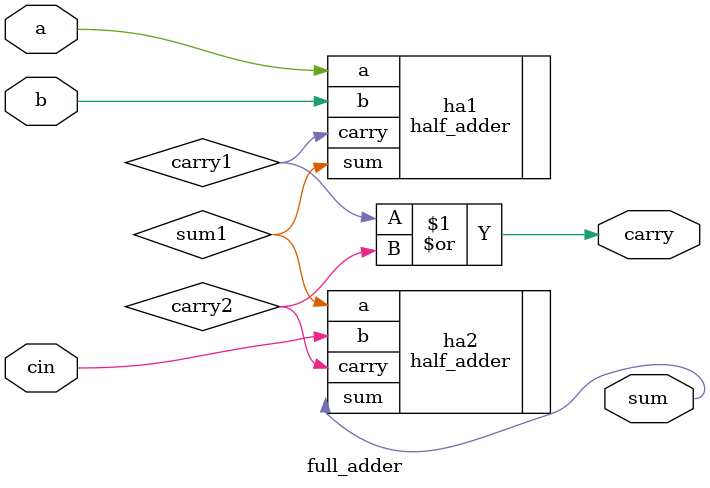
<source format=v>
module full_adder (
	input wire a,
	input wire b,
	input wire cin,
	output wire sum,
	output wire carry
);

	wire sum1, carry1, carry2;

	half_adder ha1 (.a(a), .b(b), .sum(sum1), .carry(carry1));
	half_adder ha2 (.a(sum1), .b(cin), .sum(sum), .carry(carry2));

	assign carry = carry1 | carry2;

endmodule


</source>
